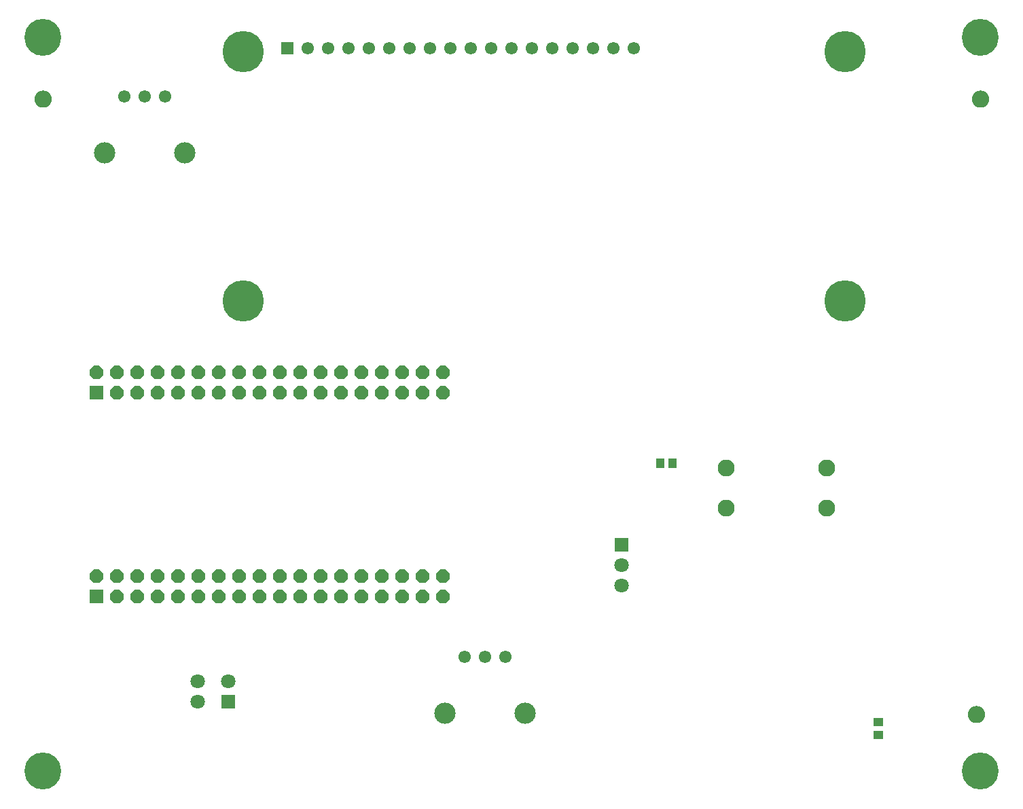
<source format=gbr>
G04 EAGLE Gerber RS-274X export*
G75*
%MOMM*%
%FSLAX34Y34*%
%LPD*%
%INSoldermask Top*%
%IPPOS*%
%AMOC8*
5,1,8,0,0,1.08239X$1,22.5*%
G01*
%ADD10C,0.609600*%
%ADD11C,1.168400*%
%ADD12C,4.597400*%
%ADD13R,1.183641X1.102359*%
%ADD14C,1.552400*%
%ADD15C,2.652400*%
%ADD16R,1.102359X1.183641*%
%ADD17C,2.112400*%
%ADD18R,1.676400X1.676400*%
%ADD19P,1.814519X8X22.500000*%
%ADD20R,1.552400X1.552400*%
%ADD21C,5.152400*%
%ADD22R,1.803400X1.803400*%
%ADD23C,1.803400*%


D10*
X1206500Y121920D02*
X1206502Y122107D01*
X1206509Y122294D01*
X1206521Y122481D01*
X1206537Y122667D01*
X1206557Y122853D01*
X1206582Y123038D01*
X1206612Y123223D01*
X1206646Y123407D01*
X1206685Y123590D01*
X1206728Y123772D01*
X1206776Y123952D01*
X1206828Y124132D01*
X1206885Y124310D01*
X1206945Y124487D01*
X1207011Y124662D01*
X1207080Y124836D01*
X1207154Y125008D01*
X1207232Y125178D01*
X1207314Y125346D01*
X1207400Y125512D01*
X1207490Y125676D01*
X1207584Y125837D01*
X1207682Y125997D01*
X1207784Y126153D01*
X1207890Y126308D01*
X1208000Y126459D01*
X1208113Y126608D01*
X1208230Y126754D01*
X1208350Y126897D01*
X1208474Y127037D01*
X1208601Y127174D01*
X1208732Y127308D01*
X1208866Y127439D01*
X1209003Y127566D01*
X1209143Y127690D01*
X1209286Y127810D01*
X1209432Y127927D01*
X1209581Y128040D01*
X1209732Y128150D01*
X1209887Y128256D01*
X1210043Y128358D01*
X1210203Y128456D01*
X1210364Y128550D01*
X1210528Y128640D01*
X1210694Y128726D01*
X1210862Y128808D01*
X1211032Y128886D01*
X1211204Y128960D01*
X1211378Y129029D01*
X1211553Y129095D01*
X1211730Y129155D01*
X1211908Y129212D01*
X1212088Y129264D01*
X1212268Y129312D01*
X1212450Y129355D01*
X1212633Y129394D01*
X1212817Y129428D01*
X1213002Y129458D01*
X1213187Y129483D01*
X1213373Y129503D01*
X1213559Y129519D01*
X1213746Y129531D01*
X1213933Y129538D01*
X1214120Y129540D01*
X1214307Y129538D01*
X1214494Y129531D01*
X1214681Y129519D01*
X1214867Y129503D01*
X1215053Y129483D01*
X1215238Y129458D01*
X1215423Y129428D01*
X1215607Y129394D01*
X1215790Y129355D01*
X1215972Y129312D01*
X1216152Y129264D01*
X1216332Y129212D01*
X1216510Y129155D01*
X1216687Y129095D01*
X1216862Y129029D01*
X1217036Y128960D01*
X1217208Y128886D01*
X1217378Y128808D01*
X1217546Y128726D01*
X1217712Y128640D01*
X1217876Y128550D01*
X1218037Y128456D01*
X1218197Y128358D01*
X1218353Y128256D01*
X1218508Y128150D01*
X1218659Y128040D01*
X1218808Y127927D01*
X1218954Y127810D01*
X1219097Y127690D01*
X1219237Y127566D01*
X1219374Y127439D01*
X1219508Y127308D01*
X1219639Y127174D01*
X1219766Y127037D01*
X1219890Y126897D01*
X1220010Y126754D01*
X1220127Y126608D01*
X1220240Y126459D01*
X1220350Y126308D01*
X1220456Y126153D01*
X1220558Y125997D01*
X1220656Y125837D01*
X1220750Y125676D01*
X1220840Y125512D01*
X1220926Y125346D01*
X1221008Y125178D01*
X1221086Y125008D01*
X1221160Y124836D01*
X1221229Y124662D01*
X1221295Y124487D01*
X1221355Y124310D01*
X1221412Y124132D01*
X1221464Y123952D01*
X1221512Y123772D01*
X1221555Y123590D01*
X1221594Y123407D01*
X1221628Y123223D01*
X1221658Y123038D01*
X1221683Y122853D01*
X1221703Y122667D01*
X1221719Y122481D01*
X1221731Y122294D01*
X1221738Y122107D01*
X1221740Y121920D01*
X1221738Y121733D01*
X1221731Y121546D01*
X1221719Y121359D01*
X1221703Y121173D01*
X1221683Y120987D01*
X1221658Y120802D01*
X1221628Y120617D01*
X1221594Y120433D01*
X1221555Y120250D01*
X1221512Y120068D01*
X1221464Y119888D01*
X1221412Y119708D01*
X1221355Y119530D01*
X1221295Y119353D01*
X1221229Y119178D01*
X1221160Y119004D01*
X1221086Y118832D01*
X1221008Y118662D01*
X1220926Y118494D01*
X1220840Y118328D01*
X1220750Y118164D01*
X1220656Y118003D01*
X1220558Y117843D01*
X1220456Y117687D01*
X1220350Y117532D01*
X1220240Y117381D01*
X1220127Y117232D01*
X1220010Y117086D01*
X1219890Y116943D01*
X1219766Y116803D01*
X1219639Y116666D01*
X1219508Y116532D01*
X1219374Y116401D01*
X1219237Y116274D01*
X1219097Y116150D01*
X1218954Y116030D01*
X1218808Y115913D01*
X1218659Y115800D01*
X1218508Y115690D01*
X1218353Y115584D01*
X1218197Y115482D01*
X1218037Y115384D01*
X1217876Y115290D01*
X1217712Y115200D01*
X1217546Y115114D01*
X1217378Y115032D01*
X1217208Y114954D01*
X1217036Y114880D01*
X1216862Y114811D01*
X1216687Y114745D01*
X1216510Y114685D01*
X1216332Y114628D01*
X1216152Y114576D01*
X1215972Y114528D01*
X1215790Y114485D01*
X1215607Y114446D01*
X1215423Y114412D01*
X1215238Y114382D01*
X1215053Y114357D01*
X1214867Y114337D01*
X1214681Y114321D01*
X1214494Y114309D01*
X1214307Y114302D01*
X1214120Y114300D01*
X1213933Y114302D01*
X1213746Y114309D01*
X1213559Y114321D01*
X1213373Y114337D01*
X1213187Y114357D01*
X1213002Y114382D01*
X1212817Y114412D01*
X1212633Y114446D01*
X1212450Y114485D01*
X1212268Y114528D01*
X1212088Y114576D01*
X1211908Y114628D01*
X1211730Y114685D01*
X1211553Y114745D01*
X1211378Y114811D01*
X1211204Y114880D01*
X1211032Y114954D01*
X1210862Y115032D01*
X1210694Y115114D01*
X1210528Y115200D01*
X1210364Y115290D01*
X1210203Y115384D01*
X1210043Y115482D01*
X1209887Y115584D01*
X1209732Y115690D01*
X1209581Y115800D01*
X1209432Y115913D01*
X1209286Y116030D01*
X1209143Y116150D01*
X1209003Y116274D01*
X1208866Y116401D01*
X1208732Y116532D01*
X1208601Y116666D01*
X1208474Y116803D01*
X1208350Y116943D01*
X1208230Y117086D01*
X1208113Y117232D01*
X1208000Y117381D01*
X1207890Y117532D01*
X1207784Y117687D01*
X1207682Y117843D01*
X1207584Y118003D01*
X1207490Y118164D01*
X1207400Y118328D01*
X1207314Y118494D01*
X1207232Y118662D01*
X1207154Y118832D01*
X1207080Y119004D01*
X1207011Y119178D01*
X1206945Y119353D01*
X1206885Y119530D01*
X1206828Y119708D01*
X1206776Y119888D01*
X1206728Y120068D01*
X1206685Y120250D01*
X1206646Y120433D01*
X1206612Y120617D01*
X1206582Y120802D01*
X1206557Y120987D01*
X1206537Y121173D01*
X1206521Y121359D01*
X1206509Y121546D01*
X1206502Y121733D01*
X1206500Y121920D01*
D11*
X1214120Y121920D03*
D10*
X1211580Y889000D02*
X1211582Y889187D01*
X1211589Y889374D01*
X1211601Y889561D01*
X1211617Y889747D01*
X1211637Y889933D01*
X1211662Y890118D01*
X1211692Y890303D01*
X1211726Y890487D01*
X1211765Y890670D01*
X1211808Y890852D01*
X1211856Y891032D01*
X1211908Y891212D01*
X1211965Y891390D01*
X1212025Y891567D01*
X1212091Y891742D01*
X1212160Y891916D01*
X1212234Y892088D01*
X1212312Y892258D01*
X1212394Y892426D01*
X1212480Y892592D01*
X1212570Y892756D01*
X1212664Y892917D01*
X1212762Y893077D01*
X1212864Y893233D01*
X1212970Y893388D01*
X1213080Y893539D01*
X1213193Y893688D01*
X1213310Y893834D01*
X1213430Y893977D01*
X1213554Y894117D01*
X1213681Y894254D01*
X1213812Y894388D01*
X1213946Y894519D01*
X1214083Y894646D01*
X1214223Y894770D01*
X1214366Y894890D01*
X1214512Y895007D01*
X1214661Y895120D01*
X1214812Y895230D01*
X1214967Y895336D01*
X1215123Y895438D01*
X1215283Y895536D01*
X1215444Y895630D01*
X1215608Y895720D01*
X1215774Y895806D01*
X1215942Y895888D01*
X1216112Y895966D01*
X1216284Y896040D01*
X1216458Y896109D01*
X1216633Y896175D01*
X1216810Y896235D01*
X1216988Y896292D01*
X1217168Y896344D01*
X1217348Y896392D01*
X1217530Y896435D01*
X1217713Y896474D01*
X1217897Y896508D01*
X1218082Y896538D01*
X1218267Y896563D01*
X1218453Y896583D01*
X1218639Y896599D01*
X1218826Y896611D01*
X1219013Y896618D01*
X1219200Y896620D01*
X1219387Y896618D01*
X1219574Y896611D01*
X1219761Y896599D01*
X1219947Y896583D01*
X1220133Y896563D01*
X1220318Y896538D01*
X1220503Y896508D01*
X1220687Y896474D01*
X1220870Y896435D01*
X1221052Y896392D01*
X1221232Y896344D01*
X1221412Y896292D01*
X1221590Y896235D01*
X1221767Y896175D01*
X1221942Y896109D01*
X1222116Y896040D01*
X1222288Y895966D01*
X1222458Y895888D01*
X1222626Y895806D01*
X1222792Y895720D01*
X1222956Y895630D01*
X1223117Y895536D01*
X1223277Y895438D01*
X1223433Y895336D01*
X1223588Y895230D01*
X1223739Y895120D01*
X1223888Y895007D01*
X1224034Y894890D01*
X1224177Y894770D01*
X1224317Y894646D01*
X1224454Y894519D01*
X1224588Y894388D01*
X1224719Y894254D01*
X1224846Y894117D01*
X1224970Y893977D01*
X1225090Y893834D01*
X1225207Y893688D01*
X1225320Y893539D01*
X1225430Y893388D01*
X1225536Y893233D01*
X1225638Y893077D01*
X1225736Y892917D01*
X1225830Y892756D01*
X1225920Y892592D01*
X1226006Y892426D01*
X1226088Y892258D01*
X1226166Y892088D01*
X1226240Y891916D01*
X1226309Y891742D01*
X1226375Y891567D01*
X1226435Y891390D01*
X1226492Y891212D01*
X1226544Y891032D01*
X1226592Y890852D01*
X1226635Y890670D01*
X1226674Y890487D01*
X1226708Y890303D01*
X1226738Y890118D01*
X1226763Y889933D01*
X1226783Y889747D01*
X1226799Y889561D01*
X1226811Y889374D01*
X1226818Y889187D01*
X1226820Y889000D01*
X1226818Y888813D01*
X1226811Y888626D01*
X1226799Y888439D01*
X1226783Y888253D01*
X1226763Y888067D01*
X1226738Y887882D01*
X1226708Y887697D01*
X1226674Y887513D01*
X1226635Y887330D01*
X1226592Y887148D01*
X1226544Y886968D01*
X1226492Y886788D01*
X1226435Y886610D01*
X1226375Y886433D01*
X1226309Y886258D01*
X1226240Y886084D01*
X1226166Y885912D01*
X1226088Y885742D01*
X1226006Y885574D01*
X1225920Y885408D01*
X1225830Y885244D01*
X1225736Y885083D01*
X1225638Y884923D01*
X1225536Y884767D01*
X1225430Y884612D01*
X1225320Y884461D01*
X1225207Y884312D01*
X1225090Y884166D01*
X1224970Y884023D01*
X1224846Y883883D01*
X1224719Y883746D01*
X1224588Y883612D01*
X1224454Y883481D01*
X1224317Y883354D01*
X1224177Y883230D01*
X1224034Y883110D01*
X1223888Y882993D01*
X1223739Y882880D01*
X1223588Y882770D01*
X1223433Y882664D01*
X1223277Y882562D01*
X1223117Y882464D01*
X1222956Y882370D01*
X1222792Y882280D01*
X1222626Y882194D01*
X1222458Y882112D01*
X1222288Y882034D01*
X1222116Y881960D01*
X1221942Y881891D01*
X1221767Y881825D01*
X1221590Y881765D01*
X1221412Y881708D01*
X1221232Y881656D01*
X1221052Y881608D01*
X1220870Y881565D01*
X1220687Y881526D01*
X1220503Y881492D01*
X1220318Y881462D01*
X1220133Y881437D01*
X1219947Y881417D01*
X1219761Y881401D01*
X1219574Y881389D01*
X1219387Y881382D01*
X1219200Y881380D01*
X1219013Y881382D01*
X1218826Y881389D01*
X1218639Y881401D01*
X1218453Y881417D01*
X1218267Y881437D01*
X1218082Y881462D01*
X1217897Y881492D01*
X1217713Y881526D01*
X1217530Y881565D01*
X1217348Y881608D01*
X1217168Y881656D01*
X1216988Y881708D01*
X1216810Y881765D01*
X1216633Y881825D01*
X1216458Y881891D01*
X1216284Y881960D01*
X1216112Y882034D01*
X1215942Y882112D01*
X1215774Y882194D01*
X1215608Y882280D01*
X1215444Y882370D01*
X1215283Y882464D01*
X1215123Y882562D01*
X1214967Y882664D01*
X1214812Y882770D01*
X1214661Y882880D01*
X1214512Y882993D01*
X1214366Y883110D01*
X1214223Y883230D01*
X1214083Y883354D01*
X1213946Y883481D01*
X1213812Y883612D01*
X1213681Y883746D01*
X1213554Y883883D01*
X1213430Y884023D01*
X1213310Y884166D01*
X1213193Y884312D01*
X1213080Y884461D01*
X1212970Y884612D01*
X1212864Y884767D01*
X1212762Y884923D01*
X1212664Y885083D01*
X1212570Y885244D01*
X1212480Y885408D01*
X1212394Y885574D01*
X1212312Y885742D01*
X1212234Y885912D01*
X1212160Y886084D01*
X1212091Y886258D01*
X1212025Y886433D01*
X1211965Y886610D01*
X1211908Y886788D01*
X1211856Y886968D01*
X1211808Y887148D01*
X1211765Y887330D01*
X1211726Y887513D01*
X1211692Y887697D01*
X1211662Y887882D01*
X1211637Y888067D01*
X1211617Y888253D01*
X1211601Y888439D01*
X1211589Y888626D01*
X1211582Y888813D01*
X1211580Y889000D01*
D11*
X1219200Y889000D03*
D10*
X43180Y889000D02*
X43182Y889187D01*
X43189Y889374D01*
X43201Y889561D01*
X43217Y889747D01*
X43237Y889933D01*
X43262Y890118D01*
X43292Y890303D01*
X43326Y890487D01*
X43365Y890670D01*
X43408Y890852D01*
X43456Y891032D01*
X43508Y891212D01*
X43565Y891390D01*
X43625Y891567D01*
X43691Y891742D01*
X43760Y891916D01*
X43834Y892088D01*
X43912Y892258D01*
X43994Y892426D01*
X44080Y892592D01*
X44170Y892756D01*
X44264Y892917D01*
X44362Y893077D01*
X44464Y893233D01*
X44570Y893388D01*
X44680Y893539D01*
X44793Y893688D01*
X44910Y893834D01*
X45030Y893977D01*
X45154Y894117D01*
X45281Y894254D01*
X45412Y894388D01*
X45546Y894519D01*
X45683Y894646D01*
X45823Y894770D01*
X45966Y894890D01*
X46112Y895007D01*
X46261Y895120D01*
X46412Y895230D01*
X46567Y895336D01*
X46723Y895438D01*
X46883Y895536D01*
X47044Y895630D01*
X47208Y895720D01*
X47374Y895806D01*
X47542Y895888D01*
X47712Y895966D01*
X47884Y896040D01*
X48058Y896109D01*
X48233Y896175D01*
X48410Y896235D01*
X48588Y896292D01*
X48768Y896344D01*
X48948Y896392D01*
X49130Y896435D01*
X49313Y896474D01*
X49497Y896508D01*
X49682Y896538D01*
X49867Y896563D01*
X50053Y896583D01*
X50239Y896599D01*
X50426Y896611D01*
X50613Y896618D01*
X50800Y896620D01*
X50987Y896618D01*
X51174Y896611D01*
X51361Y896599D01*
X51547Y896583D01*
X51733Y896563D01*
X51918Y896538D01*
X52103Y896508D01*
X52287Y896474D01*
X52470Y896435D01*
X52652Y896392D01*
X52832Y896344D01*
X53012Y896292D01*
X53190Y896235D01*
X53367Y896175D01*
X53542Y896109D01*
X53716Y896040D01*
X53888Y895966D01*
X54058Y895888D01*
X54226Y895806D01*
X54392Y895720D01*
X54556Y895630D01*
X54717Y895536D01*
X54877Y895438D01*
X55033Y895336D01*
X55188Y895230D01*
X55339Y895120D01*
X55488Y895007D01*
X55634Y894890D01*
X55777Y894770D01*
X55917Y894646D01*
X56054Y894519D01*
X56188Y894388D01*
X56319Y894254D01*
X56446Y894117D01*
X56570Y893977D01*
X56690Y893834D01*
X56807Y893688D01*
X56920Y893539D01*
X57030Y893388D01*
X57136Y893233D01*
X57238Y893077D01*
X57336Y892917D01*
X57430Y892756D01*
X57520Y892592D01*
X57606Y892426D01*
X57688Y892258D01*
X57766Y892088D01*
X57840Y891916D01*
X57909Y891742D01*
X57975Y891567D01*
X58035Y891390D01*
X58092Y891212D01*
X58144Y891032D01*
X58192Y890852D01*
X58235Y890670D01*
X58274Y890487D01*
X58308Y890303D01*
X58338Y890118D01*
X58363Y889933D01*
X58383Y889747D01*
X58399Y889561D01*
X58411Y889374D01*
X58418Y889187D01*
X58420Y889000D01*
X58418Y888813D01*
X58411Y888626D01*
X58399Y888439D01*
X58383Y888253D01*
X58363Y888067D01*
X58338Y887882D01*
X58308Y887697D01*
X58274Y887513D01*
X58235Y887330D01*
X58192Y887148D01*
X58144Y886968D01*
X58092Y886788D01*
X58035Y886610D01*
X57975Y886433D01*
X57909Y886258D01*
X57840Y886084D01*
X57766Y885912D01*
X57688Y885742D01*
X57606Y885574D01*
X57520Y885408D01*
X57430Y885244D01*
X57336Y885083D01*
X57238Y884923D01*
X57136Y884767D01*
X57030Y884612D01*
X56920Y884461D01*
X56807Y884312D01*
X56690Y884166D01*
X56570Y884023D01*
X56446Y883883D01*
X56319Y883746D01*
X56188Y883612D01*
X56054Y883481D01*
X55917Y883354D01*
X55777Y883230D01*
X55634Y883110D01*
X55488Y882993D01*
X55339Y882880D01*
X55188Y882770D01*
X55033Y882664D01*
X54877Y882562D01*
X54717Y882464D01*
X54556Y882370D01*
X54392Y882280D01*
X54226Y882194D01*
X54058Y882112D01*
X53888Y882034D01*
X53716Y881960D01*
X53542Y881891D01*
X53367Y881825D01*
X53190Y881765D01*
X53012Y881708D01*
X52832Y881656D01*
X52652Y881608D01*
X52470Y881565D01*
X52287Y881526D01*
X52103Y881492D01*
X51918Y881462D01*
X51733Y881437D01*
X51547Y881417D01*
X51361Y881401D01*
X51174Y881389D01*
X50987Y881382D01*
X50800Y881380D01*
X50613Y881382D01*
X50426Y881389D01*
X50239Y881401D01*
X50053Y881417D01*
X49867Y881437D01*
X49682Y881462D01*
X49497Y881492D01*
X49313Y881526D01*
X49130Y881565D01*
X48948Y881608D01*
X48768Y881656D01*
X48588Y881708D01*
X48410Y881765D01*
X48233Y881825D01*
X48058Y881891D01*
X47884Y881960D01*
X47712Y882034D01*
X47542Y882112D01*
X47374Y882194D01*
X47208Y882280D01*
X47044Y882370D01*
X46883Y882464D01*
X46723Y882562D01*
X46567Y882664D01*
X46412Y882770D01*
X46261Y882880D01*
X46112Y882993D01*
X45966Y883110D01*
X45823Y883230D01*
X45683Y883354D01*
X45546Y883481D01*
X45412Y883612D01*
X45281Y883746D01*
X45154Y883883D01*
X45030Y884023D01*
X44910Y884166D01*
X44793Y884312D01*
X44680Y884461D01*
X44570Y884612D01*
X44464Y884767D01*
X44362Y884923D01*
X44264Y885083D01*
X44170Y885244D01*
X44080Y885408D01*
X43994Y885574D01*
X43912Y885742D01*
X43834Y885912D01*
X43760Y886084D01*
X43691Y886258D01*
X43625Y886433D01*
X43565Y886610D01*
X43508Y886788D01*
X43456Y886968D01*
X43408Y887148D01*
X43365Y887330D01*
X43326Y887513D01*
X43292Y887697D01*
X43262Y887882D01*
X43237Y888067D01*
X43217Y888253D01*
X43201Y888439D01*
X43189Y888626D01*
X43182Y888813D01*
X43180Y889000D01*
D11*
X50800Y889000D03*
D12*
X50800Y50800D03*
X1219200Y50800D03*
X1219200Y965200D03*
X50800Y965200D03*
D13*
X1092200Y112141D03*
X1092200Y96139D03*
D14*
X576980Y193040D03*
X601980Y193040D03*
X626980Y193040D03*
D15*
X551980Y123040D03*
X651980Y123040D03*
D16*
X820039Y434340D03*
X836041Y434340D03*
D14*
X152800Y891540D03*
X177800Y891540D03*
X202800Y891540D03*
D15*
X127800Y821540D03*
X227800Y821540D03*
D17*
X1027700Y428860D03*
X1027700Y378860D03*
X902700Y378860D03*
X902700Y428860D03*
D18*
X117520Y268980D03*
D19*
X117520Y294380D03*
X142920Y268980D03*
X142920Y294380D03*
X168320Y268980D03*
X168320Y294380D03*
X193720Y268980D03*
X193720Y294380D03*
X219120Y268980D03*
X219120Y294380D03*
X244520Y268980D03*
X244520Y294380D03*
X269920Y268980D03*
X269920Y294380D03*
X295320Y268980D03*
X295320Y294380D03*
X320720Y268980D03*
X320720Y294380D03*
X346120Y268980D03*
X346120Y294380D03*
X371520Y268980D03*
X371520Y294380D03*
X396920Y268980D03*
X396920Y294380D03*
X422320Y268980D03*
X422320Y294380D03*
X447720Y268980D03*
X447720Y294380D03*
X473120Y268980D03*
X473120Y294380D03*
X498520Y268980D03*
X498520Y294380D03*
X523920Y268980D03*
X523920Y294380D03*
X549320Y268980D03*
X549320Y294380D03*
D18*
X117520Y522980D03*
D19*
X117520Y548380D03*
X142920Y522980D03*
X142920Y548380D03*
X168320Y522980D03*
X168320Y548380D03*
X193720Y522980D03*
X193720Y548380D03*
X219120Y522980D03*
X219120Y548380D03*
X244520Y522980D03*
X244520Y548380D03*
X269920Y522980D03*
X269920Y548380D03*
X295320Y522980D03*
X295320Y548380D03*
X320720Y522980D03*
X320720Y548380D03*
X346120Y522980D03*
X346120Y548380D03*
X371520Y522980D03*
X371520Y548380D03*
X396920Y522980D03*
X396920Y548380D03*
X422320Y522980D03*
X422320Y548380D03*
X447720Y522980D03*
X447720Y548380D03*
X473120Y522980D03*
X473120Y548380D03*
X498520Y522980D03*
X498520Y548380D03*
X523920Y522980D03*
X523920Y548380D03*
X549320Y522980D03*
X549320Y548380D03*
D20*
X355640Y952480D03*
D14*
X381040Y952480D03*
X406440Y952480D03*
X431840Y952480D03*
X457240Y952480D03*
X482640Y952480D03*
X508040Y952480D03*
X533440Y952480D03*
X558840Y952480D03*
X584240Y952480D03*
X609640Y952480D03*
X635040Y952480D03*
X660440Y952480D03*
X685840Y952480D03*
X711240Y952480D03*
X736640Y952480D03*
D21*
X300640Y947480D03*
X1050640Y947480D03*
X300640Y637480D03*
X1050640Y637480D03*
D14*
X762040Y952480D03*
X787440Y952480D03*
D22*
X772160Y332740D03*
D23*
X772160Y307340D03*
X772160Y281940D03*
D22*
X281940Y137160D03*
D23*
X281940Y162560D03*
X243840Y162560D03*
X243840Y137160D03*
M02*

</source>
